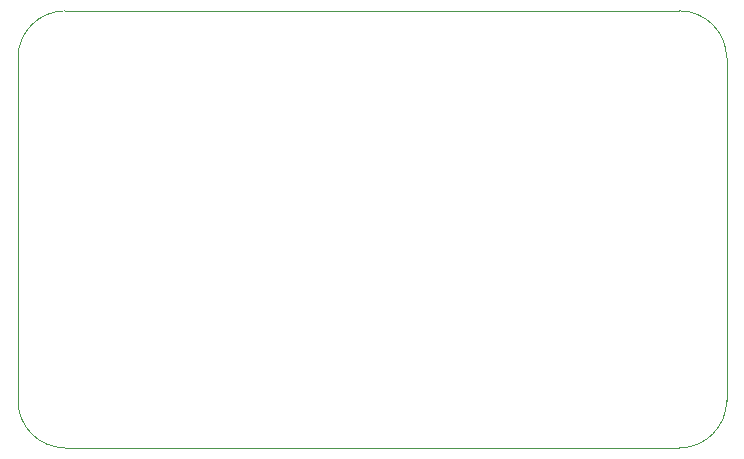
<source format=gbr>
G04 #@! TF.GenerationSoftware,KiCad,Pcbnew,(5.99.0-2267-g4486b0b6d)*
G04 #@! TF.CreationDate,2020-07-12T23:07:07+02:00*
G04 #@! TF.ProjectId,TDR,5444522e-6b69-4636-9164-5f7063625858,A*
G04 #@! TF.SameCoordinates,Original*
G04 #@! TF.FileFunction,Profile,NP*
%FSLAX46Y46*%
G04 Gerber Fmt 4.6, Leading zero omitted, Abs format (unit mm)*
G04 Created by KiCad (PCBNEW (5.99.0-2267-g4486b0b6d)) date 2020-07-12 23:07:07*
%MOMM*%
%LPD*%
G01*
G04 APERTURE LIST*
G04 #@! TA.AperFunction,Profile*
%ADD10C,0.038100*%
G04 #@! TD*
G04 APERTURE END LIST*
D10*
X163000000Y-63000000D02*
G75*
G02*
X167000000Y-67000000I0J-4000000D01*
G01*
X167000000Y-96000000D02*
G75*
G02*
X163000000Y-100000000I-4000000J0D01*
G01*
X107000000Y-67000000D02*
G75*
G02*
X111000000Y-63000000I4000000J0D01*
G01*
X111000000Y-100000000D02*
G75*
G02*
X107000000Y-96000000I0J4000000D01*
G01*
X163000000Y-63000000D02*
X111000000Y-63000000D01*
X167000000Y-96000000D02*
X167000000Y-67000000D01*
X111000000Y-100000000D02*
X163000000Y-100000000D01*
X107000000Y-67000000D02*
X107000000Y-96000000D01*
M02*

</source>
